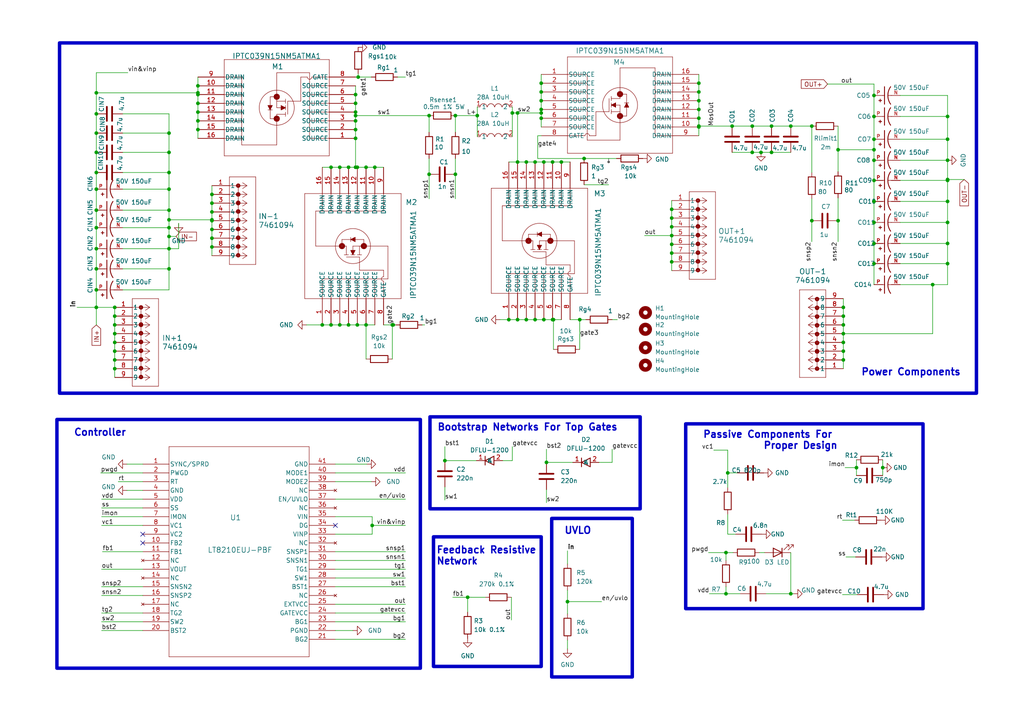
<source format=kicad_sch>
(kicad_sch (version 20230121) (generator eeschema)
  (paper "A4")
  (junction (at 202.692 36.83))
  (junction (at 212.344 36.576))
  (junction (at 103.632 48.514))
  (junction (at 61.468 63.754))
  (junction (at 113.792 94.234))
  (junction (at 49.022 66.04))
  (junction (at 132.08 50.546))
  (junction (at 158.496 134.112))
  (junction (at 49.022 44.196))
  (junction (at 156.972 29.21))
  (junction (at 194.818 60.706))
  (junction (at 235.458 36.576))
  (junction (at 150.114 92.71))
  (junction (at 33.274 89.154))
  (junction (at 61.468 64.008))
  (junction (at 49.022 68.58))
  (junction (at 164.592 174.498))
  (junction (at 253.492 76.454))
  (junction (at 156.972 26.67))
  (junction (at 168.148 92.71))
  (junction (at 274.828 64.516))
  (junction (at 61.468 56.388))
  (junction (at 243.078 43.434))
  (junction (at 274.828 70.612))
  (junction (at 194.818 65.786))
  (junction (at 147.574 92.71))
  (junction (at 57.404 35.052))
  (junction (at 57.404 24.892))
  (junction (at 27.94 66.04))
  (junction (at 27.94 60.96))
  (junction (at 223.774 36.576))
  (junction (at 33.274 94.234))
  (junction (at 33.274 96.774))
  (junction (at 49.022 77.978))
  (junction (at 244.602 91.694))
  (junction (at 194.818 70.866))
  (junction (at 103.124 29.972))
  (junction (at 157.734 46.99))
  (junction (at 103.124 48.514))
  (junction (at 253.492 43.434))
  (junction (at 202.692 34.29))
  (junction (at 49.022 60.96))
  (junction (at 148.59 32.766))
  (junction (at 218.186 44.196))
  (junction (at 152.654 46.99))
  (junction (at 61.468 69.088))
  (junction (at 61.468 66.548))
  (junction (at 107.95 152.4))
  (junction (at 160.274 46.99))
  (junction (at 243.078 64.008))
  (junction (at 156.972 32.766))
  (junction (at 27.94 50.038))
  (junction (at 157.734 92.71))
  (junction (at 27.94 89.154))
  (junction (at 253.492 70.612))
  (junction (at 61.468 71.628))
  (junction (at 33.274 106.934))
  (junction (at 218.186 36.576))
  (junction (at 155.194 46.99))
  (junction (at 253.492 46.482))
  (junction (at 103.632 94.234))
  (junction (at 202.692 31.75))
  (junction (at 194.818 75.946))
  (junction (at 108.712 48.514))
  (junction (at 253.492 40.386))
  (junction (at 114.046 94.234))
  (junction (at 49.022 50.038))
  (junction (at 244.602 104.394))
  (junction (at 103.124 32.512))
  (junction (at 210.566 160.274))
  (junction (at 124.46 33.528))
  (junction (at 156.972 34.29))
  (junction (at 96.012 48.514))
  (junction (at 244.602 96.774))
  (junction (at 253.492 27.686))
  (junction (at 202.692 36.576))
  (junction (at 194.818 63.246))
  (junction (at 229.362 172.212))
  (junction (at 27.94 26.924))
  (junction (at 253.492 52.324))
  (junction (at 57.404 32.512))
  (junction (at 274.828 58.42))
  (junction (at 101.092 48.514))
  (junction (at 27.94 44.196))
  (junction (at 49.022 54.864))
  (junction (at 124.46 50.546))
  (junction (at 229.362 36.576))
  (junction (at 61.468 61.468))
  (junction (at 274.828 52.324))
  (junction (at 103.124 35.052))
  (junction (at 244.602 94.234))
  (junction (at 211.074 137.16))
  (junction (at 57.404 27.432))
  (junction (at 223.774 44.196))
  (junction (at 150.114 46.99))
  (junction (at 248.412 135.636))
  (junction (at 33.274 99.314))
  (junction (at 162.814 46.99))
  (junction (at 49.022 72.136))
  (junction (at 160.274 92.71))
  (junction (at 103.124 27.432))
  (junction (at 194.818 68.326))
  (junction (at 93.472 94.234))
  (junction (at 274.828 76.454))
  (junction (at 202.692 24.13))
  (junction (at 98.552 94.234))
  (junction (at 155.194 92.71))
  (junction (at 253.492 33.782))
  (junction (at 27.94 33.02))
  (junction (at 202.692 29.21))
  (junction (at 61.468 58.928))
  (junction (at 138.43 33.528))
  (junction (at 256.032 135.636))
  (junction (at 27.94 84.074))
  (junction (at 57.404 26.924))
  (junction (at 27.94 54.864))
  (junction (at 210.566 172.212))
  (junction (at 253.492 58.42))
  (junction (at 27.94 77.978))
  (junction (at 274.828 33.782))
  (junction (at 103.124 40.132))
  (junction (at 270.51 82.55))
  (junction (at 57.404 29.972))
  (junction (at 132.08 33.528))
  (junction (at 33.274 101.854))
  (junction (at 98.552 48.514))
  (junction (at 274.828 46.482))
  (junction (at 49.022 38.608))
  (junction (at 27.94 72.136))
  (junction (at 27.94 38.608))
  (junction (at 253.492 64.516))
  (junction (at 235.458 64.008))
  (junction (at 135.636 173.228))
  (junction (at 244.602 99.314))
  (junction (at 156.972 31.75))
  (junction (at 129.032 133.604))
  (junction (at 96.012 94.234))
  (junction (at 160.528 92.71))
  (junction (at 33.274 104.394))
  (junction (at 103.886 22.352))
  (junction (at 152.654 92.71))
  (junction (at 150.114 32.766))
  (junction (at 106.172 48.514))
  (junction (at 274.828 52.07))
  (junction (at 103.124 33.528))
  (junction (at 274.828 40.386))
  (junction (at 244.602 89.154))
  (junction (at 49.022 63.754))
  (junction (at 202.692 26.67))
  (junction (at 194.818 73.406))
  (junction (at 103.124 37.592))
  (junction (at 57.404 37.592))
  (junction (at 169.418 45.974))
  (junction (at 101.092 94.234))
  (junction (at 106.172 94.234))
  (junction (at 33.274 91.694))
  (junction (at 156.972 24.13))
  (junction (at 220.726 44.196))
  (junction (at 244.602 101.854))
  (no_connect (at 97.282 152.4))
  (no_connect (at 41.402 154.94))
  (no_connect (at 41.402 157.48))
  (wire (pts (xy 165.354 92.71) (xy 168.148 92.71)))
  (wire (pts (xy 244.602 89.154) (xy 244.602 91.694)))
  (wire (pts (xy 210.566 172.212) (xy 210.566 170.18)))
  (wire (pts (xy 243.078 64.008) (xy 243.078 70.104)))
  (wire (pts (xy 103.632 48.514) (xy 106.172 48.514)))
  (wire (pts (xy 230.124 172.212) (xy 229.362 172.212)))
  (wire (pts (xy 248.412 137.922) (xy 248.412 135.636)))
  (wire (pts (xy 148.59 32.766) (xy 150.114 32.766)))
  (wire (pts (xy 253.492 27.686) (xy 253.492 24.384)))
  (wire (pts (xy 107.95 149.86) (xy 107.95 152.4)))
  (wire (pts (xy 173.736 134.112) (xy 177.546 134.112)))
  (wire (pts (xy 103.124 37.592) (xy 103.124 40.132)))
  (wire (pts (xy 274.828 40.386) (xy 274.828 33.782)))
  (wire (pts (xy 57.404 24.892) (xy 57.404 26.924)))
  (wire (pts (xy 274.828 82.55) (xy 274.828 76.454)))
  (wire (pts (xy 97.282 144.78) (xy 117.602 144.78)))
  (wire (pts (xy 27.94 60.96) (xy 27.94 54.864)))
  (wire (pts (xy 135.636 173.228) (xy 135.636 177.546)))
  (wire (pts (xy 103.124 24.892) (xy 103.124 27.432)))
  (wire (pts (xy 211.074 137.16) (xy 211.074 130.556)))
  (wire (pts (xy 97.282 149.86) (xy 107.95 149.86)))
  (wire (pts (xy 49.022 50.038) (xy 49.022 44.196)))
  (wire (pts (xy 156.972 21.59) (xy 156.972 24.13)))
  (wire (pts (xy 36.83 134.62) (xy 41.402 134.62)))
  (wire (pts (xy 160.274 92.71) (xy 160.528 92.71)))
  (wire (pts (xy 158.496 141.986) (xy 158.496 145.796)))
  (wire (pts (xy 49.022 68.58) (xy 49.022 66.04)))
  (wire (pts (xy 152.654 46.99) (xy 155.194 46.99)))
  (wire (pts (xy 147.574 92.71) (xy 150.114 92.71)))
  (wire (pts (xy 164.592 159.766) (xy 164.592 163.576)))
  (wire (pts (xy 222.25 172.212) (xy 229.362 172.212)))
  (wire (pts (xy 229.362 36.576) (xy 235.458 36.576)))
  (wire (pts (xy 132.08 33.528) (xy 138.43 33.528)))
  (wire (pts (xy 35.56 84.074) (xy 49.022 84.074)))
  (wire (pts (xy 124.46 33.528) (xy 124.46 38.354)))
  (wire (pts (xy 101.092 48.514) (xy 103.124 48.514)))
  (wire (pts (xy 160.528 101.346) (xy 160.528 92.71)))
  (wire (pts (xy 103.124 48.514) (xy 103.632 48.514)))
  (wire (pts (xy 49.022 63.754) (xy 61.468 63.754)))
  (wire (pts (xy 97.282 137.16) (xy 117.602 137.16)))
  (wire (pts (xy 274.828 58.42) (xy 274.828 52.324)))
  (wire (pts (xy 57.404 26.924) (xy 57.404 27.432)))
  (wire (pts (xy 202.692 24.13) (xy 202.692 26.67)))
  (wire (pts (xy 244.602 91.694) (xy 244.602 94.234)))
  (wire (pts (xy 106.172 94.234) (xy 106.172 104.14)))
  (wire (pts (xy 35.56 66.04) (xy 49.022 66.04)))
  (wire (pts (xy 194.818 73.406) (xy 194.818 75.946)))
  (wire (pts (xy 253.492 43.434) (xy 253.492 46.482)))
  (wire (pts (xy 156.972 26.67) (xy 156.972 29.21)))
  (wire (pts (xy 61.468 56.388) (xy 61.468 58.928)))
  (wire (pts (xy 158.496 130.302) (xy 158.496 134.112)))
  (wire (pts (xy 107.95 152.4) (xy 117.602 152.4)))
  (wire (pts (xy 103.886 22.352) (xy 107.696 22.352)))
  (wire (pts (xy 103.124 22.352) (xy 103.886 22.352)))
  (wire (pts (xy 57.404 32.512) (xy 57.404 35.052)))
  (wire (pts (xy 129.032 141.224) (xy 129.032 145.034)))
  (wire (pts (xy 34.29 139.7) (xy 41.402 139.7)))
  (wire (pts (xy 27.94 77.978) (xy 27.94 72.136)))
  (wire (pts (xy 97.282 162.56) (xy 117.602 162.56)))
  (wire (pts (xy 27.94 44.196) (xy 27.94 38.608)))
  (wire (pts (xy 145.796 133.604) (xy 148.59 133.604)))
  (wire (pts (xy 97.282 177.8) (xy 117.602 177.8)))
  (wire (pts (xy 210.566 160.274) (xy 205.486 160.274)))
  (wire (pts (xy 256.032 137.922) (xy 256.032 135.636)))
  (wire (pts (xy 157.734 92.71) (xy 160.274 92.71)))
  (wire (pts (xy 27.94 84.074) (xy 27.94 77.978)))
  (wire (pts (xy 211.074 137.16) (xy 213.868 137.16)))
  (wire (pts (xy 270.51 82.55) (xy 274.828 82.55)))
  (wire (pts (xy 33.274 104.394) (xy 33.274 106.934)))
  (wire (pts (xy 103.124 32.512) (xy 103.124 33.528)))
  (wire (pts (xy 27.94 89.154) (xy 33.274 89.154)))
  (wire (pts (xy 274.828 70.612) (xy 274.828 64.516)))
  (wire (pts (xy 49.022 68.58) (xy 51.054 68.58)))
  (wire (pts (xy 160.274 46.99) (xy 162.814 46.99)))
  (wire (pts (xy 35.56 38.608) (xy 49.022 38.608)))
  (wire (pts (xy 61.468 69.088) (xy 61.468 71.628)))
  (wire (pts (xy 29.464 149.86) (xy 41.402 149.86)))
  (wire (pts (xy 150.114 32.766) (xy 150.114 46.99)))
  (wire (pts (xy 158.496 134.112) (xy 158.496 134.366)))
  (wire (pts (xy 194.818 70.866) (xy 194.818 73.406)))
  (wire (pts (xy 57.404 27.432) (xy 57.404 29.972)))
  (wire (pts (xy 256.032 135.636) (xy 256.032 133.35)))
  (wire (pts (xy 49.022 38.608) (xy 49.022 44.196)))
  (wire (pts (xy 274.828 52.07) (xy 274.828 46.482)))
  (wire (pts (xy 155.956 39.37) (xy 156.972 39.37)))
  (wire (pts (xy 244.602 104.394) (xy 244.602 106.934)))
  (wire (pts (xy 135.636 173.228) (xy 140.716 173.228)))
  (wire (pts (xy 29.464 170.18) (xy 41.402 170.18)))
  (wire (pts (xy 202.692 31.75) (xy 202.692 34.29)))
  (wire (pts (xy 186.944 68.326) (xy 194.818 68.326)))
  (wire (pts (xy 155.194 92.71) (xy 157.734 92.71)))
  (wire (pts (xy 107.95 152.4) (xy 107.95 154.94)))
  (wire (pts (xy 49.022 60.96) (xy 49.022 63.754)))
  (wire (pts (xy 57.404 22.352) (xy 57.404 24.892)))
  (wire (pts (xy 202.692 36.576) (xy 202.692 36.83)))
  (wire (pts (xy 244.602 96.774) (xy 244.602 99.314)))
  (wire (pts (xy 194.818 75.946) (xy 194.818 78.486)))
  (wire (pts (xy 49.022 72.136) (xy 49.022 68.58)))
  (wire (pts (xy 132.08 33.528) (xy 132.08 38.354)))
  (wire (pts (xy 218.186 44.196) (xy 220.726 44.196)))
  (wire (pts (xy 274.828 33.782) (xy 274.828 27.686)))
  (wire (pts (xy 150.114 92.71) (xy 152.654 92.71)))
  (wire (pts (xy 235.458 57.658) (xy 235.458 64.008)))
  (wire (pts (xy 49.022 33.02) (xy 49.022 38.608)))
  (wire (pts (xy 223.774 36.576) (xy 229.362 36.576)))
  (wire (pts (xy 240.03 24.384) (xy 253.492 24.384)))
  (wire (pts (xy 164.592 185.674) (xy 164.592 188.214)))
  (wire (pts (xy 103.124 35.052) (xy 103.124 37.592)))
  (wire (pts (xy 244.348 172.466) (xy 248.666 172.466)))
  (wire (pts (xy 96.012 94.234) (xy 98.552 94.234)))
  (wire (pts (xy 108.712 48.514) (xy 111.252 48.514)))
  (wire (pts (xy 29.464 182.88) (xy 41.402 182.88)))
  (wire (pts (xy 129.032 129.54) (xy 129.032 133.604)))
  (wire (pts (xy 147.574 46.99) (xy 150.114 46.99)))
  (wire (pts (xy 202.692 36.83) (xy 202.692 39.37)))
  (wire (pts (xy 27.94 38.608) (xy 27.94 33.02)))
  (wire (pts (xy 235.458 36.576) (xy 235.458 50.038)))
  (wire (pts (xy 235.458 64.008) (xy 235.458 70.104)))
  (wire (pts (xy 97.282 185.42) (xy 117.602 185.42)))
  (wire (pts (xy 169.418 45.974) (xy 155.956 45.974)))
  (wire (pts (xy 243.078 43.434) (xy 243.078 49.784)))
  (wire (pts (xy 113.792 94.234) (xy 114.046 94.234)))
  (wire (pts (xy 244.602 94.234) (xy 244.602 96.774)))
  (wire (pts (xy 194.818 65.786) (xy 194.818 68.326)))
  (wire (pts (xy 202.692 36.576) (xy 212.344 36.576)))
  (wire (pts (xy 29.464 177.8) (xy 41.402 177.8)))
  (wire (pts (xy 132.08 50.546) (xy 132.08 57.658)))
  (wire (pts (xy 202.692 34.29) (xy 202.692 36.576)))
  (wire (pts (xy 213.36 154.94) (xy 211.074 154.94)))
  (wire (pts (xy 156.972 29.21) (xy 156.972 31.75)))
  (wire (pts (xy 155.956 45.974) (xy 155.956 39.37)))
  (wire (pts (xy 35.56 60.96) (xy 49.022 60.96)))
  (wire (pts (xy 253.492 58.42) (xy 253.492 52.324)))
  (wire (pts (xy 29.464 165.1) (xy 41.402 165.1)))
  (wire (pts (xy 202.692 26.67) (xy 202.692 29.21)))
  (wire (pts (xy 35.56 72.136) (xy 49.022 72.136)))
  (wire (pts (xy 97.282 139.7) (xy 107.696 139.7)))
  (wire (pts (xy 114.046 94.234) (xy 114.808 94.234)))
  (wire (pts (xy 35.56 50.038) (xy 49.022 50.038)))
  (wire (pts (xy 253.492 76.454) (xy 253.492 70.612)))
  (wire (pts (xy 274.828 52.324) (xy 274.828 52.07)))
  (wire (pts (xy 33.274 89.154) (xy 33.274 91.694)))
  (wire (pts (xy 61.468 66.548) (xy 61.468 69.088)))
  (wire (pts (xy 57.404 29.972) (xy 57.404 32.512)))
  (wire (pts (xy 114.046 93.98) (xy 114.046 94.234)))
  (wire (pts (xy 210.566 160.274) (xy 210.566 162.56)))
  (wire (pts (xy 98.552 94.234) (xy 101.092 94.234)))
  (wire (pts (xy 27.94 89.154) (xy 27.94 84.074)))
  (wire (pts (xy 253.492 40.386) (xy 253.492 33.782)))
  (wire (pts (xy 35.56 77.978) (xy 49.022 77.978)))
  (wire (pts (xy 29.21 137.16) (xy 41.402 137.16)))
  (wire (pts (xy 29.464 144.78) (xy 41.402 144.78)))
  (wire (pts (xy 103.124 33.528) (xy 103.124 35.052)))
  (wire (pts (xy 261.112 33.782) (xy 274.828 33.782)))
  (wire (pts (xy 168.148 92.71) (xy 169.926 92.71)))
  (wire (pts (xy 253.492 52.324) (xy 253.492 46.482)))
  (wire (pts (xy 194.818 60.706) (xy 194.818 63.246)))
  (wire (pts (xy 113.792 104.14) (xy 113.792 94.234)))
  (wire (pts (xy 129.032 133.604) (xy 138.176 133.604)))
  (wire (pts (xy 101.092 94.234) (xy 103.632 94.234)))
  (wire (pts (xy 212.344 36.576) (xy 218.186 36.576)))
  (wire (pts (xy 97.282 175.26) (xy 117.602 175.26)))
  (wire (pts (xy 194.818 58.166) (xy 194.818 60.706)))
  (wire (pts (xy 245.11 135.636) (xy 248.412 135.636)))
  (wire (pts (xy 244.348 150.876) (xy 247.904 150.876)))
  (wire (pts (xy 261.112 46.482) (xy 274.828 46.482)))
  (wire (pts (xy 96.012 48.514) (xy 98.552 48.514)))
  (wire (pts (xy 88.9 94.234) (xy 93.472 94.234)))
  (wire (pts (xy 243.078 43.434) (xy 253.492 43.434)))
  (wire (pts (xy 33.274 91.694) (xy 33.274 94.234)))
  (wire (pts (xy 148.59 32.766) (xy 148.59 39.624)))
  (wire (pts (xy 27.94 26.924) (xy 57.404 26.924)))
  (wire (pts (xy 27.94 50.038) (xy 27.94 44.196)))
  (wire (pts (xy 156.972 32.766) (xy 156.972 34.29)))
  (wire (pts (xy 97.282 154.94) (xy 107.95 154.94)))
  (wire (pts (xy 93.472 48.514) (xy 96.012 48.514)))
  (wire (pts (xy 243.078 57.404) (xy 243.078 64.008)))
  (wire (pts (xy 244.602 99.314) (xy 244.602 101.854)))
  (wire (pts (xy 261.112 52.324) (xy 274.828 52.324)))
  (wire (pts (xy 97.282 182.88) (xy 102.362 182.88)))
  (wire (pts (xy 138.43 30.988) (xy 138.43 33.528)))
  (wire (pts (xy 29.464 180.34) (xy 41.402 180.34)))
  (wire (pts (xy 148.59 129.54) (xy 148.59 133.604)))
  (wire (pts (xy 261.112 58.42) (xy 274.828 58.42)))
  (wire (pts (xy 261.112 76.454) (xy 274.828 76.454)))
  (wire (pts (xy 106.426 134.62) (xy 97.282 134.62)))
  (wire (pts (xy 164.592 174.498) (xy 164.592 178.054)))
  (wire (pts (xy 202.692 29.21) (xy 202.692 31.75)))
  (wire (pts (xy 194.818 63.246) (xy 194.818 65.786)))
  (wire (pts (xy 169.418 45.974) (xy 178.816 45.974)))
  (wire (pts (xy 124.46 45.974) (xy 124.46 50.546)))
  (wire (pts (xy 103.124 29.972) (xy 103.124 32.512)))
  (wire (pts (xy 103.124 33.528) (xy 124.46 33.528)))
  (wire (pts (xy 29.464 172.72) (xy 41.402 172.72)))
  (wire (pts (xy 261.112 27.686) (xy 274.828 27.686)))
  (wire (pts (xy 27.94 54.864) (xy 27.94 50.038)))
  (wire (pts (xy 49.022 84.074) (xy 49.022 77.978)))
  (wire (pts (xy 29.464 147.32) (xy 41.402 147.32)))
  (wire (pts (xy 124.46 50.546) (xy 124.46 57.658)))
  (wire (pts (xy 115.316 22.352) (xy 117.602 22.352)))
  (wire (pts (xy 97.282 160.02) (xy 117.602 160.02)))
  (wire (pts (xy 166.116 134.112) (xy 158.496 134.112)))
  (wire (pts (xy 57.404 35.052) (xy 57.404 37.592)))
  (wire (pts (xy 29.464 152.4) (xy 41.402 152.4)))
  (wire (pts (xy 57.404 37.592) (xy 57.404 40.132)))
  (wire (pts (xy 148.336 173.228) (xy 148.336 179.832)))
  (wire (pts (xy 243.078 36.576) (xy 243.078 43.434)))
  (wire (pts (xy 148.59 30.988) (xy 148.59 32.766)))
  (wire (pts (xy 61.468 71.628) (xy 61.468 74.168)))
  (wire (pts (xy 97.282 180.34) (xy 117.602 180.34)))
  (wire (pts (xy 106.172 94.234) (xy 108.712 94.234)))
  (wire (pts (xy 253.492 82.55) (xy 253.492 76.454)))
  (wire (pts (xy 49.022 54.864) (xy 49.022 50.038)))
  (wire (pts (xy 150.114 46.99) (xy 152.654 46.99)))
  (wire (pts (xy 156.972 34.29) (xy 156.972 36.83)))
  (wire (pts (xy 164.592 171.196) (xy 164.592 174.498)))
  (wire (pts (xy 248.412 135.636) (xy 248.412 133.35)))
  (wire (pts (xy 51.816 72.136) (xy 51.816 64.77)))
  (wire (pts (xy 27.94 21.082) (xy 37.084 21.082)))
  (wire (pts (xy 35.56 33.02) (xy 49.022 33.02)))
  (wire (pts (xy 33.274 94.234) (xy 33.274 96.774)))
  (wire (pts (xy 270.51 82.55) (xy 270.51 96.774)))
  (wire (pts (xy 138.43 33.528) (xy 138.43 39.624)))
  (wire (pts (xy 160.528 92.71) (xy 162.814 92.71)))
  (wire (pts (xy 220.218 160.274) (xy 221.742 160.274)))
  (wire (pts (xy 244.602 86.614) (xy 244.602 89.154)))
  (wire (pts (xy 253.492 64.516) (xy 253.492 58.42)))
  (wire (pts (xy 61.468 61.468) (xy 61.468 63.754)))
  (wire (pts (xy 218.186 36.576) (xy 223.774 36.576)))
  (wire (pts (xy 33.274 99.314) (xy 33.274 101.854)))
  (wire (pts (xy 205.74 172.212) (xy 210.566 172.212)))
  (wire (pts (xy 35.56 54.864) (xy 49.022 54.864)))
  (wire (pts (xy 261.112 64.516) (xy 274.828 64.516)))
  (wire (pts (xy 27.94 89.154) (xy 27.94 94.234)))
  (wire (pts (xy 177.546 92.71) (xy 179.07 92.71)))
  (wire (pts (xy 103.124 27.432) (xy 103.124 29.972)))
  (wire (pts (xy 122.428 94.234) (xy 123.19 94.234)))
  (wire (pts (xy 210.566 160.274) (xy 212.598 160.274)))
  (wire (pts (xy 169.418 53.594) (xy 176.53 53.594)))
  (wire (pts (xy 103.124 40.132) (xy 103.124 48.514)))
  (wire (pts (xy 155.194 46.99) (xy 157.734 46.99)))
  (wire (pts (xy 103.886 21.336) (xy 103.886 22.352)))
  (wire (pts (xy 253.492 70.612) (xy 253.492 64.516)))
  (wire (pts (xy 261.112 82.55) (xy 270.51 82.55)))
  (wire (pts (xy 156.972 31.75) (xy 156.972 32.766)))
  (wire (pts (xy 49.022 77.978) (xy 49.022 72.136)))
  (wire (pts (xy 132.08 45.974) (xy 132.08 50.546)))
  (wire (pts (xy 49.022 72.136) (xy 51.816 72.136)))
  (wire (pts (xy 244.602 101.854) (xy 244.602 104.394)))
  (wire (pts (xy 156.972 24.13) (xy 156.972 26.67)))
  (wire (pts (xy 220.726 44.196) (xy 223.774 44.196)))
  (wire (pts (xy 152.654 92.71) (xy 155.194 92.71)))
  (wire (pts (xy 207.01 130.556) (xy 211.074 130.556)))
  (wire (pts (xy 145.034 92.71) (xy 147.574 92.71)))
  (wire (pts (xy 157.734 46.99) (xy 160.274 46.99)))
  (wire (pts (xy 202.692 21.59) (xy 202.692 24.13)))
  (wire (pts (xy 131.318 173.228) (xy 135.636 173.228)))
  (wire (pts (xy 97.282 167.64) (xy 117.602 167.64)))
  (wire (pts (xy 33.274 96.774) (xy 33.274 99.314)))
  (wire (pts (xy 211.074 154.94) (xy 211.074 149.098)))
  (wire (pts (xy 253.492 40.386) (xy 253.492 43.434)))
  (wire (pts (xy 245.364 161.544) (xy 248.158 161.544)))
  (wire (pts (xy 274.828 64.516) (xy 274.828 58.42)))
  (wire (pts (xy 229.362 160.274) (xy 229.362 172.212)))
  (wire (pts (xy 253.492 33.782) (xy 253.492 27.686)))
  (wire (pts (xy 61.468 64.008) (xy 61.468 66.548)))
  (wire (pts (xy 27.94 66.04) (xy 27.94 60.96)))
  (wire (pts (xy 49.022 66.04) (xy 49.022 63.754)))
  (wire (pts (xy 274.828 52.07) (xy 279.654 52.07)))
  (wire (pts (xy 61.468 53.848) (xy 61.468 56.388)))
  (wire (pts (xy 33.274 101.854) (xy 33.274 104.394)))
  (wire (pts (xy 103.632 94.234) (xy 106.172 94.234)))
  (wire (pts (xy 211.074 141.478) (xy 211.074 137.16)))
  (wire (pts (xy 150.114 32.766) (xy 156.972 32.766)))
  (wire (pts (xy 274.828 76.454) (xy 274.828 70.612)))
  (wire (pts (xy 29.718 160.02) (xy 41.402 160.02)))
  (wire (pts (xy 261.112 70.612) (xy 274.828 70.612)))
  (wire (pts (xy 27.94 72.136) (xy 27.94 66.04)))
  (wire (pts (xy 49.022 54.864) (xy 49.022 60.96)))
  (wire (pts (xy 61.468 63.754) (xy 61.468 64.008)))
  (wire (pts (xy 194.818 68.326) (xy 194.818 70.866)))
  (wire (pts (xy 97.282 165.1) (xy 117.602 165.1)))
  (wire (pts (xy 33.274 106.934) (xy 33.274 109.474)))
  (wire (pts (xy 177.546 130.302) (xy 177.546 134.112)))
  (wire (pts (xy 274.828 46.482) (xy 274.828 40.386)))
  (wire (pts (xy 164.592 174.498) (xy 174.498 174.498)))
  (wire (pts (xy 270.51 96.774) (xy 244.602 96.774)))
  (wire (pts (xy 106.172 48.514) (xy 108.712 48.514)))
  (wire (pts (xy 214.63 172.212) (xy 210.566 172.212)))
  (wire (pts (xy 97.282 170.18) (xy 117.602 170.18)))
  (wire (pts (xy 27.94 26.924) (xy 27.94 21.082)))
  (wire (pts (xy 261.112 40.386) (xy 274.828 40.386)))
  (wire (pts (xy 168.148 92.71) (xy 168.148 101.346)))
  (wire (pts (xy 93.472 94.234) (xy 96.012 94.234)))
  (wire (pts (xy 35.56 44.196) (xy 49.022 44.196)))
  (wire (pts (xy 111.252 94.234) (xy 113.792 94.234)))
  (wire (pts (xy 162.814 46.99) (xy 165.354 46.99)))
  (wire (pts (xy 61.468 58.928) (xy 61.468 61.468)))
  (wire (pts (xy 27.94 33.02) (xy 27.94 26.924)))
  (wire (pts (xy 223.774 44.196) (xy 229.362 44.196)))
  (wire (pts (xy 98.552 48.514) (xy 101.092 48.514)))
  (wire (pts (xy 36.83 142.24) (xy 41.402 142.24)))
  (wire (pts (xy 212.344 44.196) (xy 218.186 44.196)))
  (wire (pts (xy 22.352 89.154) (xy 27.94 89.154)))
  (rectangle (start 160.02 150.368) (end 183.388 196.342) (stroke (width 1)))
  (rectangle (start 17.272 12.446) (end 283.21 114.046) (stroke (width 1)))
  (rectangle (start 124.714 120.904) (end 185.674 147.574) (stroke (width 1)))
  (rectangle (start 198.882 122.936) (end 267.716 176.53) (stroke (width 1)))
  (rectangle (start 16.51 121.666) (end 121.92 193.802) (stroke (width 1)))
  (rectangle (start 125.73 155.702) (end 156.972 193.294) (stroke (width 1)))
  (text "Controller\n" (at 21.336 126.746 0) (effects (font (size 2 2) bold) (justify left bottom)))
  (text "Bootstrap Networks For Top Gates" (at 126.746 125.222 0) (effects (font (size 2 2) (thickness 0.4) bold) (justify left bottom)))
  (text "UVLO" (at 163.576 155.194 0) (effects (font (size 2 2) bold) (justify left bottom)))
  (text "At the beginning, system will start if EN/UVLO pin has a voltage greater than 1.45V, due to its \nhysteresis characteristic. If UVLO is set to 17.5V, it will not start at 18Vin.\n\nFor the above case 19Vin should be applied to system to turn it on." (at 191.008 228.6 0) (effects (font (size 1.27 1.27) bold) (justify left bottom)))
  (text "Power Components" (at 249.682 109.22 0) (effects (font (size 2 2) bold) (justify left bottom)))
  (text "Passive Components For \nProper Design\n" (at 243.078 130.556 0) (effects (font (size 2 2) bold) (justify right bottom)))
  (text "IMPORTANT NOTE!" (at 203.708 217.932 0) (effects (font (size 4 4) bold) (justify left bottom)))
  (text "Feedback Resistive \nNetwork\n" (at 126.492 164.084 0) (effects (font (size 2 2) (thickness 0.4) bold) (justify left bottom)))
  (label "out" (at 117.602 175.26 180))
  (label "gate1" (at 106.426 22.352 270))
  (label "gate3" (at 168.148 97.536 0))
  (label "out" (at 29.464 165.1 0))
  (label "bg2" (at 117.602 185.42 180))
  (label "vin&vinp" (at 117.602 152.4 180))
  (label "sw2" (at 29.464 180.34 0))
  (label "sw1" (at 129.032 145.034 0))
  (label "snsn1" (at 132.08 57.658 90))
  (label "bg2" (at 179.07 92.71 0))
  (label "rt" (at 34.29 139.7 0))
  (label "imon" (at 29.464 149.86 0))
  (label "vc1" (at 207.01 130.556 180))
  (label "snsn2" (at 243.078 70.104 270))
  (label "fb1" (at 29.718 160.02 0))
  (label "en{slash}uvlo" (at 117.602 144.78 180))
  (label "L+" (at 135.382 33.528 0))
  (label "sw2" (at 150.114 32.766 0))
  (label "imon" (at 245.11 135.636 180))
  (label "gatevcc" (at 244.348 172.466 180))
  (label "vdd" (at 29.464 144.78 0))
  (label "gate2" (at 114.046 93.98 90))
  (label "bst2" (at 158.496 130.302 0))
  (label "vdd" (at 205.74 172.212 180))
  (label "sw2" (at 158.496 145.796 0))
  (label "out" (at 148.336 179.832 90))
  (label "snsn1" (at 117.602 162.56 180))
  (label "vdd" (at 117.602 137.16 180))
  (label "snsp1" (at 124.46 57.658 90))
  (label "ss" (at 29.464 147.32 0))
  (label "fb1" (at 131.318 173.228 0))
  (label "ss" (at 245.364 161.544 180))
  (label "gatevcc" (at 177.546 130.302 0))
  (label "MosOut" (at 207.264 36.576 90))
  (label "tg2" (at 176.53 53.594 180))
  (label "out" (at 247.142 24.384 180))
  (label "snsp2" (at 235.458 70.104 270))
  (label "sw1" (at 109.474 33.528 0))
  (label "gatevcc" (at 148.59 129.54 0))
  (label "bg1" (at 123.19 94.234 0))
  (label "pwgd" (at 205.486 160.274 180))
  (label "vin&vinp" (at 37.084 21.082 0))
  (label "snsp2" (at 29.464 170.18 0))
  (label "bst1" (at 129.032 129.54 0))
  (label "snsp1" (at 117.602 160.02 180))
  (label "tg2" (at 29.464 177.8 0))
  (label "bst1" (at 117.602 170.18 180))
  (label "bst2" (at 29.464 182.88 0))
  (label "in" (at 164.592 159.766 0) (effects (font bold)))
  (label "gatevcc" (at 117.602 177.8 180))
  (label "rt" (at 244.348 150.876 180))
  (label "tg1" (at 117.602 22.352 0))
  (label "out" (at 186.944 68.326 0))
  (label "pwgd" (at 29.21 137.16 0))
  (label "gate4" (at 155.956 42.672 0))
  (label "snsn2" (at 29.464 172.72 0))
  (label "sw1" (at 117.602 167.64 180))
  (label "vc1" (at 29.464 152.4 0))
  (label "en{slash}uvlo" (at 174.498 174.498 0))
  (label "bg1" (at 117.602 180.34 180))
  (label "tg1" (at 117.602 165.1 180))
  (label "in" (at 22.352 89.154 90) (effects (font bold)))
  (global_label "OUT+" (shape input) (at 240.03 24.384 180) (property "Intersheetrefs" "${INTERSHEET_REFS}" (effects hide)))
  (global_label "IN-" (shape input) (at 51.054 68.58 0) (property "Intersheetrefs" "${INTERSHEET_REFS}" (effects hide)))
  (global_label "IN+" (shape input) (at 27.94 94.234 270) (property "Intersheetrefs" "${INTERSHEET_REFS}" (effects hide)))
  (global_label "OUT-" (shape input) (at 279.654 52.07 270) (property "Intersheetrefs" "${INTERSHEET_REFS}" (effects hide)))
  (netclass_flag "" (length 1) (shape dot) (at 176.53 45.974 180) (property "Netclass" "Gate" (effects hide)))
  (symbol (lib_id "easyeda2kicad:EEH-AZS1H151B") (at 256.032 82.55 0) (unit 1)
    (property "Reference" "CO14" (at 247.65 82.55 0) (effects (justify left)))
    (property "Value" "50V 150uF" (at 259.08 80.264 0) (effects (justify left)))
    (property "Footprint" "easyeda2kicad:EEH-AZS1H151B" (effects hide))
    (property "Datasheet" "https://api.pim.na.industrial.panasonic.com/file_stream/main/fileversion/181530" (effects hide))
    (property "MF" "Panasonic Electronic Components" (effects hide))
    (property "b_max" "0.85" (effects hide))
    (property "DESCRIPTION" "ZS-A" (effects hide))
    (property "Package" "RADIAL-2 Panasonic" (effects hide))
    (property "b_nom" "0.8" (effects hide))
    (property "Price" "None" (effects hide))
    (property "Check_prices" "https://www.snapeda.com/parts/EEH-AZS1H151B/Panasonic/view-part/?ref=eda" (effects hide))
    (property "SnapEDA_Link" "https://www.snapeda.com/parts/EEH-AZS1H151B/Panasonic/view-part/?ref=snap" (effects hide))
    (property "PARTREV" "30-SEP-20" (effects hide))
    (property "A_max" "11.7" (effects hide))
    (property "MP" "EEH-AZS1H151B" (effects hide))
    (property "D_nom" "10" (effects hide))
    (property "e_nom" "5" (effects hide))
    (property "Availability" "In Stock" (effects hide))
    (property "Purchase-URL" "https://www.snapeda.com/api/url_track_click_mouser/?unipart_id=6223332&manufacturer=Panasonic Electronic Components&part_name=EEH-AZS1H151B&search_term=eeh-azs1h151b" (effects hide))
    (property "Description" "\nHybrid A-ZS/50V/150uF/125C/4000h/10 x 1\n" (effects hide))
  )
  (symbol (lib_id "easyeda2kicad:EEH-AZS1H151B") (at 30.48 72.136 0) (unit 1)
    (property "Reference" "CIN2" (at 26.162 72.898 90) (effects (justify left)))
    (property "Value" "50V 150uF" (at 33.528 69.85 0) (effects (justify left)))
    (property "Footprint" "easyeda2kicad:EEH-AZS1H151B" (effects hide))
    (property "Datasheet" "https://api.pim.na.industrial.panasonic.com/file_stream/main/fileversion/181530" (effects hide))
    (property "MF" "Panasonic Electronic Components" (effects hide))
    (property "b_max" "0.85" (effects hide))
    (property "DESCRIPTION" "ZS-A" (effects hide))
    (property "Package" "RADIAL-2 Panasonic" (effects hide))
    (property "b_nom" "0.8" (effects hide))
    (property "Price" "None" (effects hide))
    (property "Check_prices" "https://www.snapeda.com/parts/EEH-AZS1H151B/Panasonic/view-part/?ref=eda" (effects hide))
    (property "SnapEDA_Link" "https://www.snapeda.com/parts/EEH-AZS1H151B/Panasonic/view-part/?ref=snap" (effects hide))
    (property "PARTREV" "30-SEP-20" (effects hide))
    (property "A_max" "11.7" (effects hide))
    (property "MP" "EEH-AZS1H151B" (effects hide))
    (property "D_nom" "10" (effects hide))
    (property "e_nom" "5" (effects hide))
    (property "Availability" "In Stock" (effects hide))
    (property "Purchase-URL" "https://www.snapeda.com/api/url_track_click_mouser/?unipart_id=6223332&manufacturer=Panasonic Electronic Components&part_name=EEH-AZS1H151B&search_term=eeh-azs1h151b" (effects hide))
    (property "Description" "\nHybrid A-ZS/50V/150uF/125C/4000h/10 x 1\n" (effects hide))
  )
  (symbol (lib_id "easyeda2kicad:IPTC039N15NM5ATMA1") (at 93.472 94.234 90) (unit 1)
    (property "Reference" "M2" (at 117.602 58.674 90) (effects (font (size 1.524 1.524)) (justify right)))
    (property "Value" "IPTC039N15NM5ATMA1" (at 119.888 60.96 0) (effects (font (size 1.524 1.524)) (justify right)))
    (property "Footprint" "easyeda2kicad:PG-HDSOP-16-2" (effects hide))
    (property "Datasheet" "https://www.infineon.com/dgdl/Infineon-IPTC039N15NM5-DataSheet-v02_00-EN.pdf?fileId=8ac78c8c81ae03fc0181d8d199be3f66" (effects hide))
  )
  (symbol (lib_id "power:GND") (at 255.524 150.876 90) (unit 1)
    (property "Reference" "#PWR017" (effects hide))
    (property "Value" "GND" (at 260.35 150.876 90))
  )
  (symbol (lib_id "power:GND") (at 220.726 44.196 0) (unit 1)
    (property "Reference" "#PWR013" (effects hide))
    (property "Value" "GND" (at 220.726 48.768 0))
  )
  (symbol (lib_id "easyeda2kicad:EEH-AZS1H151B") (at 30.48 60.96 0) (unit 1)
    (property "Reference" "CIN5" (at 26.162 62.484 90) (effects (justify left)))
    (property "Value" "50V 150uF" (at 33.528 58.674 0) (effects (justify left)))
    (property "Footprint" "easyeda2kicad:EEH-AZS1H151B" (effects hide))
    (property "Datasheet" "https://api.pim.na.industrial.panasonic.com/file_stream/main/fileversion/181530" (effects hide))
    (property "MF" "Panasonic Electronic Components" (effects hide))
    (property "b_max" "0.85" (effects hide))
    (property "DESCRIPTION" "ZS-A" (effects hide))
    (property "Package" "RADIAL-2 Panasonic" (effects hide))
    (property "b_nom" "0.8" (effects hide))
    (property "Price" "None" (effects hide))
    (property "Check_prices" "https://www.snapeda.com/parts/EEH-AZS1H151B/Panasonic/view-part/?ref=eda" (effects hide))
    (property "SnapEDA_Link" "https://www.snapeda.com/parts/EEH-AZS1H151B/Panasonic/view-part/?ref=snap" (effects hide))
    (property "PARTREV" "30-SEP-20" (effects hide))
    (property "A_max" "11.7" (effects hide))
    (property "MP" "EEH-AZS1H151B" (effects hide))
    (property "D_nom" "10" (effects hide))
    (property "e_nom" "5" (effects hide))
    (property "Availability" "In Stock" (effects hide))
    (property "Purchase-URL" "https://www.snapeda.com/api/url_track_click_mouser/?unipart_id=6223332&manufacturer=Panasonic Electronic Components&part_name=EEH-AZS1H151B&search_term=eeh-azs1h151b" (effects hide))
    (property "Description" "\nHybrid A-ZS/50V/150uF/125C/4000h/10 x 1\n" (effects hide))
  )
  (symbol (lib_id "power:GND") (at 51.816 64.77 0) (unit 1)
    (property "Reference" "#PWR03" (effects hide))
    (property "Value" "GND" (at 51.816 69.85 0))
  )
  (symbol (lib_id "Device:C") (at 229.362 40.386 0) (unit 1)
    (property "Reference" "CO4" (at 229.362 35.56 90) (effects (justify left)))
    (property "Value" "4.7u" (at 229.616 42.926 0) (effects (justify left)))
    (property "Footprint" "Capacitor_SMD:C_0805_2012Metric" (effects hide))
  )
  (symbol (lib_id "easyeda2kicad:IPTC039N15NM5ATMA1") (at 103.124 40.132 180) (unit 1)
    (property "Reference" "M1" (at 80.518 19.304 0) (effects (font (size 1.524 1.524))))
    (property "Value" "IPTC039N15NM5ATMA1" (at 80.264 16.256 0) (effects (font (size 1.524 1.524))))
    (property "Footprint" "easyeda2kicad:PG-HDSOP-16-2" (effects hide))
    (property "Datasheet" "https://www.infineon.com/dgdl/Infineon-IPTC039N15NM5-DataSheet-v02_00-EN.pdf?fileId=8ac78c8c81ae03fc0181d8d199be3f66" (effects hide))
  )
  (symbol (lib_id "Device:C") (at 31.75 38.608 90) (unit 1)
    (property "Reference" "CIN8" (at 29.718 38.354 0) (effects (justify left)))
    (property "Value" "4.7u" (at 34.798 38.354 0) (effects (justify left)))
    (property "Footprint" "Capacitor_SMD:C_0805_2012Metric" (effects hide))
  )
  (symbol (lib_id "easyeda2kicad:EEH-AZS1H151B") (at 30.48 66.04 0) (unit 1)
    (property "Reference" "CIN1" (at 26.162 67.31 90) (effects (justify left)))
    (property "Value" "50V 150uF" (at 33.528 63.754 0) (effects (justify left)))
    (property "Footprint" "easyeda2kicad:EEH-AZS1H151B" (effects hide))
    (property "Datasheet" "https://api.pim.na.industrial.panasonic.com/file_stream/main/fileversion/181530" (effects hide))
    (property "MF" "Panasonic Electronic Components" (effects hide))
    (property "b_max" "0.85" (effects hide))
    (property "DESCRIPTION" "ZS-A" (effects hide))
    (property "Package" "RADIAL-2 Panasonic" (effects hide))
    (property "b_nom" "0.8" (effects hide))
    (property "Price" "None" (effects hide))
    (property "Check_prices" "https://www.snapeda.com/parts/EEH-AZS1H151B/Panasonic/view-part/?ref=eda" (effects hide))
    (property "SnapEDA_Link" "https://www.snapeda.com/parts/EEH-AZS1H151B/Panasonic/view-part/?ref=snap" (effects hide))
    (property "PARTREV" "30-SEP-20" (effects hide))
    (property "A_max" "11.7" (effects hide))
    (property "MP" "EEH-AZS1H151B" (effects hide))
    (property "D_nom" "10" (effects hide))
    (property "e_nom" "5" (effects hide))
    (property "Availability" "In Stock" (effects hide))
    (property "Purchase-URL" "https://www.snapeda.com/api/url_track_click_mouser/?unipart_id=6223332&manufacturer=Panasonic Electronic Components&part_name=EEH-AZS1H151B&search_term=eeh-azs1h151b" (effects hide))
    (property "Description" "\nHybrid A-ZS/50V/150uF/125C/4000h/10 x 1\n" (effects hide))
  )
  (symbol (lib_id "Device:R") (at 132.08 42.164 0) (unit 1)
    (property "Reference" "R2" (at 133.858 40.894 0) (effects (justify left)))
    (property "Value" "10" (at 133.858 43.942 0) (effects (justify left)))
    (property "Footprint" "Resistor_SMD:R_0603_1608Metric" (effects hide))
  )
  (symbol (lib_id "easyeda2kicad:EEH-AZS1H151B") (at 256.032 70.612 0) (unit 1)
    (property "Reference" "CO12" (at 248.666 70.612 0) (effects (justify left)))
    (property "Value" "50V 150uF" (at 259.08 68.326 0) (effects (justify left)))
    (property "Footprint" "easyeda2kicad:EEH-AZS1H151B" (effects hide))
    (property "Datasheet" "https://api.pim.na.industrial.panasonic.com/file_stream/main/fileversion/181530" (effects hide))
    (property "MF" "Panasonic Electronic Components" (effects hide))
    (property "b_max" "0.85" (effects hide))
    (property "DESCRIPTION" "ZS-A" (effects hide))
    (property "Package" "RADIAL-2 Panasonic" (effects hide))
    (property "b_nom" "0.8" (effects hide))
    (property "Price" "None" (effects hide))
    (property "Check_prices" "https://www.snapeda.com/parts/EEH-AZS1H151B/Panasonic/view-part/?ref=eda" (effects hide))
    (property "SnapEDA_Link" "https://www.snapeda.com/parts/EEH-AZS1H151B/Panasonic/view-part/?ref=snap" (effects hide))
    (property "PARTREV" "30-SEP-20" (effects hide))
    (property "A_max" "11.7" (effects hide))
    (property "MP" "EEH-AZS1H151B" (effects hide))
    (property "D_nom" "10" (effects hide))
    (property "e_nom" "5" (effects hide))
    (property "Availability" "In Stock" (effects hide))
    (property "Purchase-URL" "https://www.snapeda.com/api/url_track_click_mouser/?unipart_id=6223332&manufacturer=Panasonic Electronic Components&part_name=EEH-AZS1H151B&search_term=eeh-azs1h151b" (effects hide))
    (property "Description" "\nHybrid A-ZS/50V/150uF/125C/4000h/10 x 1\n" (effects hide))
  )
  (symbol (lib_id "Device:R") (at 169.418 49.784 180) (unit 1)
    (property "Reference" "Rg3" (at 171.45 48.514 0) (effects (justify right)))
    (property "Value" "1" (at 171.45 51.054 0) (effects (justify right)))
    (property "Footprint" "Resistor_SMD:R_1206_3216Metric" (effects hide))
  )
  (symbol (lib_id "Device:R") (at 144.526 173.228 90) (unit 1)
    (property "Reference" "R4" (at 144.526 166.878 90))
    (property "Value" "270k 0.1% " (at 144.526 169.418 90))
    (property "Footprint" "Resistor_SMD:R_0603_1608Metric" (effects hide))
  )
  (symbol (lib_id "Device:R") (at 164.592 181.864 0) (unit 1)
    (property "Reference" "R6" (at 167.132 180.594 0) (effects (justify left)))
    (property "Value" "10k" (at 167.132 183.134 0) (effects (justify left)))
    (property "Footprint" "Resistor_SMD:R_0603_1608Metric" (effects hide))
  )
  (symbol (lib_name "Würth RedCube Terminals-7461094_1") (lib_id "easyeda2kicad:Würth RedCube Terminals-7461094") (at 24.638 91.948 0) (unit 1)
    (property "Reference" "IN+1" (at 46.99 98.044 0) (effects (font (size 1.524 1.524)) (justify left)))
    (property "Value" "7461094" (at 46.99 100.584 0) (effects (font (size 1.524 1.524)) (justify left)))
    (property "Footprint" "easyeda2kicad:Würth RedCube Terminals-7461094" (effects hide))
    (property "Datasheet" "https://www.we-online.com/katalog/datasheet/7461094.pdf" (effects hide))
  )
  (symbol (lib_id "Device:R") (at 164.338 101.346 270) (unit 1)
    (property "Reference" "Rgs3" (at 164.084 98.298 90))
    (property "Value" "10k" (at 164.084 96.012 90))
    (property "Footprint" "Resistor_SMD:R_0603_1608Metric" (effects hide))
  )
  (symbol (lib_id "Device:R") (at 216.408 160.274 270) (unit 1)
    (property "Reference" "R9" (at 216.916 163.068 90) (effects (justify right)))
    (property "Value" "100" (at 220.472 162.814 90) (effects (justify right)))
    (property "Footprint" "Resistor_SMD:R_0603_1608Metric" (effects hide))
  )
  (symbol (lib_id "Device:C") (at 128.27 50.546 90) (unit 1)
    (property "Reference" "C1" (at 128.778 46.99 90))
    (property "Value" "1n" (at 128.27 54.102 90))
    (property "Footprint" "Capacitor_SMD:C_0603_1608Metric" (effects hide))
  )
  (symbol (lib_id "power:GND") (at 145.034 92.71 270) (unit 1)
    (property "Reference" "#PWR010" (effects hide))
    (property "Value" "GND" (at 141.732 92.71 90) (effects (justify right)))
  )
  (symbol (lib_id "power:GND") (at 256.032 135.636 90) (unit 1)
    (property "Reference" "#PWR019" (effects hide))
    (property "Value" "GND" (at 261.112 135.636 90))
  )
  (symbol (lib_id "power:GND") (at 255.778 161.544 90) (unit 1)
    (property "Reference" "#PWR018" (effects hide))
    (property "Value" "GND" (at 260.35 161.544 90))
  )
  (symbol (lib_id "Device:R") (at 124.46 42.164 0) (unit 1)
    (property "Reference" "R1" (at 126.238 40.386 0) (effects (justify left)))
    (property "Value" "10" (at 125.984 42.672 0) (effects (justify left)))
    (property "Footprint" "Resistor_SMD:R_0603_1608Metric" (effects hide))
  )
  (symbol (lib_id "Device:C") (at 31.75 44.196 90) (unit 1)
    (property "Reference" "CIN9" (at 29.464 43.688 0) (effects (justify left)))
    (property "Value" "4.7u" (at 34.798 43.688 0) (effects (justify left)))
    (property "Footprint" "Capacitor_SMD:C_0805_2012Metric" (effects hide))
  )
  (symbol (lib_id "power:GND") (at 186.436 45.974 90) (unit 1)
    (property "Reference" "#PWR012" (effects hide))
    (property "Value" "GND" (at 192.024 46.228 90))
  )
  (symbol (lib_id "power:GND") (at 103.886 13.716 90) (unit 1)
    (property "Reference" "#PWR06" (effects hide))
    (property "Value" "GND" (at 107.95 13.716 90) (effects (justify right)))
  )
  (symbol (lib_id "power:GND") (at 106.426 134.62 90) (unit 1)
    (property "Reference" "#PWR07" (effects hide))
    (property "Value" "GND" (at 103.378 133.35 90) (effects (justify right)))
  )
  (symbol (lib_id "easyeda2kicad:EEH-AZS1H151B") (at 30.48 54.864 0) (unit 1)
    (property "Reference" "CIN6" (at 26.162 55.626 90) (effects (justify left)))
    (property "Value" "50V 150uF" (at 33.528 52.578 0) (effects (justify left)))
    (property "Footprint" "easyeda2kicad:EEH-AZS1H151B" (effects hide))
    (property "Datasheet" "https://api.pim.na.industrial.panasonic.com/file_stream/main/fileversion/181530" (effects hide))
    (property "MF" "Panasonic Electronic Components" (effects hide))
    (property "b_max" "0.85" (effects hide))
    (property "DESCRIPTION" "ZS-A" (effects hide))
    (property "Package" "RADIAL-2 Panasonic" (effects hide))
    (property "b_nom" "0.8" (effects hide))
    (property "Price" "None" (effects hide))
    (property "Check_prices" "https://www.snapeda.com/parts/EEH-AZS1H151B/Panasonic/view-part/?ref=eda" (effects hide))
    (property "SnapEDA_Link" "https://www.snapeda.com/parts/EEH-AZS1H151B/Panasonic/view-part/?ref=snap" (effects hide))
    (property "PARTREV" "30-SEP-20" (effects hide))
    (property "A_max" "11.7" (effects hide))
    (property "MP" "EEH-AZS1H151B" (effects hide))
    (property "D_nom" "10" (effects hide))
    (property "e_nom" "5" (effects hide))
    (property "Availability" "In Stock" (effects hide))
    (property "Purchase-URL" "https://www.snapeda.com/api/url_track_click_mouser/?unipart_id=6223332&manufacturer=Panasonic Electronic Components&part_name=EEH-AZS1H151B&search_term=eeh-azs1h151b" (effects hide))
    (property "Description" "\nHybrid A-ZS/50V/150uF/125C/4000h/10 x 1\n" (effects hide))
  )
  (symbol (lib_id "Mechanical:MountingHole") (at 187.198 95.504 0) (unit 1)
    (property "Reference" "H2" (at 189.992 94.234 0) (effects (justify left)))
    (property "Value" "MountingHole" (at 189.992 96.774 0) (effects (justify left)))
    (property "Footprint" "MountingHole:MountingHole_3mm" (effects hide))
  )
  (symbol (lib_id "power:GND") (at 36.83 134.62 270) (unit 1)
    (property "Reference" "#PWR01" (effects hide))
    (property "Value" "GND" (at 33.528 132.588 90) (effects (justify right)))
  )
  (symbol (lib_id "Device:R") (at 251.714 150.876 90) (unit 1)
    (property "Reference" "Rt1" (at 248.666 149.352 90) (effects (justify left)))
    (property "Value" "110K" (at 259.08 148.336 90) (effects (justify left)))
    (property "Footprint" "Resistor_SMD:R_0603_1608Metric" (effects hide))
  )
  (symbol (lib_id "easyeda2kicad:EEH-AZS1H151B") (at 256.032 46.482 0) (unit 1)
    (property "Reference" "CO8" (at 248.412 46.482 0) (effects (justify left)))
    (property "Value" "50V 150uF" (at 259.08 44.196 0) (effects (justify left)))
    (property "Footprint" "easyeda2kicad:EEH-AZS1H151B" (effects hide))
    (property "Datasheet" "https://api.pim.na.industrial.panasonic.com/file_stream/main/fileversion/181530" (effects hide))
    (property "MF" "Panasonic Electronic Components" (effects hide))
    (property "b_max" "0.85" (effects hide))
    (property "DESCRIPTION" "ZS-A" (effects hide))
    (property "Package" "RADIAL-2 Panasonic" (effects hide))
    (property "b_nom" "0.8" (effects hide))
    (property "Price" "None" (effects hide))
    (property "Check_prices" "https://www.snapeda.com/parts/EEH-AZS1H151B/Panasonic/view-part/?ref=eda" (effects hide))
    (property "SnapEDA_Link" "https://www.snapeda.com/parts/EEH-AZS1H151B/Panasonic/view-part/?ref=snap" (effects hide))
    (property "PARTREV" "30-SEP-20" (effects hide))
    (property "A_max" "11.7" (effects hide))
    (property "MP" "EEH-AZS1H151B" (effects hide))
    (property "D_nom" "10" (effects hide))
    (property "e_nom" "5" (effects hide))
    (property "Availability" "In Stock" (effects hide))
    (property "Purchase-URL" "https://www.snapeda.com/api/url_track_click_mouser/?unipart_id=6223332&manufacturer=Panasonic Electronic Components&part_name=EEH-AZS1H151B&search_term=eeh-azs1h151b" (effects hide))
    (property "Description" "\nHybrid A-ZS/50V/150uF/125C/4000h/10 x 1\n" (effects hide))
  )
  (symbol (lib_id "Device:C") (at 158.496 138.176 0) (unit 1)
    (property "Reference" "C3" (at 162.56 136.906 0) (effects (justify left)))
    (property "Value" "220n" (at 162.56 139.446 0) (effects (justify left)))
    (property "Footprint" "Capacitor_SMD:C_0603_1608Metric" (effects hide))
  )
  (symbol (lib_id "easyeda2kicad:EEH-AZS1H151B") (at 256.032 27.686 0) (unit 1)
    (property "Reference" "CO5" (at 248.412 27.686 0) (effects (justify left)))
    (property "Value" "50V 150uF" (at 259.08 25.4 0) (effects (justify left)))
    (property "Footprint" "easyeda2kicad:EEH-AZS1H151B" (effects hide))
    (property "Datasheet" "https://api.pim.na.industrial.panasonic.com/file_stream/main/fileversion/181530" (effects hide))
    (property "MF" "Panasonic Electronic Components" (effects hide))
    (property "b_max" "0.85" (effects hide))
    (property "DESCRIPTION" "ZS-A" (effects hide))
    (property "Package" "RADIAL-2 Panasonic" (effects hide))
    (property "b_nom" "0.8" (effects hide))
    (property "Price" "None" (effects hide))
    (property "Check_prices" "https://www.snapeda.com/parts/EEH-AZS1H151B/Panasonic/view-part/?ref=eda" (effects hide))
    (property "SnapEDA_Link" "https://www.snapeda.com/parts/EEH-AZS1H151B/Panasonic/view-part/?ref=snap" (effects hide))
    (property "PARTREV" "30-SEP-20" (effects hide))
    (property "A_max" "11.7" (effects hide))
    (property "MP" "EEH-AZS1H151B" (effects hide))
    (property "D_nom" "10" (effects hide))
    (property "e_nom" "5" (effects hide))
    (property "Availability" "In Stock" (effects hide))
    (property "Purchase-URL" "https://www.snapeda.com/api/url_track_click_mouser/?unipart_id=6223332&manufacturer=Panasonic Electronic Components&part_name=EEH-AZS1H151B&search_term=eeh-azs1h151b" (effects hide))
    (property "Description" "\nHybrid A-ZS/50V/150uF/125C/4000h/10 x 1\n" (effects hide))
  )
  (symbol (lib_id "Device:C") (at 31.75 50.038 90) (unit 1)
    (property "Reference" "CIN10" (at 29.21 49.53 0) (effects (justify left)))
    (property "Value" "4.7u" (at 34.798 49.53 0) (effects (justify left)))
    (property "Footprint" "Capacitor_SMD:C_0805_2012Metric" (effects hide))
  )
  (symbol (lib_id "Device:R") (at 118.618 94.234 90) (unit 1)
    (property "Reference" "Rg2" (at 118.364 91.694 90))
    (property "Value" "1" (at 122.428 92.202 90))
    (property "Footprint" "Resistor_SMD:R_1206_3216Metric" (effects hide))
  )
  (symbol (lib_id "power:GND") (at 220.98 154.94 90) (unit 1)
    (property "Reference" "#PWR014" (effects hide))
    (property "Value" "GND" (at 225.552 154.94 90))
  )
  (symbol (lib_id "Device:C") (at 212.344 40.386 0) (unit 1)
    (property "Reference" "CO1" (at 212.344 35.814 90) (effects (justify left)))
    (property "Value" "4.7u" (at 212.598 42.926 0) (effects (justify left)))
    (property "Footprint" "Capacitor_SMD:C_0805_2012Metric" (effects hide))
  )
  (symbol (lib_id "Device:R") (at 235.458 53.848 180) (unit 1)
    (property "Reference" "R10" (at 237.49 53.086 0) (effects (justify right)))
    (property "Value" "80" (at 237.236 55.626 0) (effects (justify right)))
    (property "Footprint" "Resistor_SMD:R_0603_1608Metric" (effects hide))
  )
  (symbol (lib_id "Device:C") (at 252.222 137.922 90) (unit 1)
    (property "Reference" "C9" (at 250.19 139.446 90) (effects (justify left)))
    (property "Value" "750p" (at 258.826 139.192 90) (effects (justify left)))
    (property "Footprint" "Capacitor_SMD:C_0603_1608Metric" (effects hide))
  )
  (symbol (lib_id "power:GND") (at 256.286 172.466 90) (unit 1)
    (property "Reference" "#PWR020" (effects hide))
    (property "Value" "GND" (at 261.62 172.466 90))
  )
  (symbol (lib_id "easyeda2kicad:Würth RedCube Terminals-7461094") (at 253.238 104.14 180) (unit 1)
    (property "Reference" "OUT-1" (at 235.712 78.74 0) (effects (font (size 1.524 1.524))))
    (property "Value" "7461094" (at 235.712 81.28 0) (effects (font (size 1.524 1.524))))
    (property "Footprint" "easyeda2kicad:Würth RedCube Terminals-7461094" (effects hide))
    (property "Datasheet" "https://www.we-online.com/katalog/datasheet/7461094.pdf" (effects hide))
  )
  (symbol (lib_id "Device:R") (at 252.222 133.35 270) (unit 1)
    (property "Reference" "R12" (at 248.92 132.08 90) (effects (justify right)))
    (property "Value" "21k" (at 259.08 131.826 90) (effects (justify right)))
    (property "Footprint" "Resistor_SMD:R_0603_1608Metric" (effects hide))
  )
  (symbol (lib_id "Device:C") (at 252.476 172.466 90) (unit 1)
    (property "Reference" "C10" (at 249.682 171.45 90) (effects (justify left)))
    (property "Value" "4.7u" (at 257.81 170.18 90) (effects (justify left)))
    (property "Footprint" "Capacitor_SMD:C_0805_2012Metric" (effects hide))
  )
  (symbol (lib_id "power:GND") (at 230.124 172.212 90) (unit 1)
    (property "Reference" "#PWR016" (effects hide))
    (property "Value" "GND" (at 234.442 171.196 90))
  )
  (symbol (lib_id "Device:R") (at 135.636 181.356 0) (unit 1)
    (property "Reference" "R3" (at 137.414 180.086 0) (effects (justify left)))
    (property "Value" "10k 0.1%" (at 137.414 182.626 0) (effects (justify left)))
    (property "Footprint" "Resistor_SMD:R_0603_1608Metric" (effects hide))
  )
  (symbol (lib_id "Mechanical:MountingHole") (at 187.198 105.918 0) (unit 1)
    (property "Reference" "H4" (at 189.992 104.648 0) (effects (justify left)))
    (property "Value" "MountingHole" (at 189.992 107.188 0) (effects (justify left)))
    (property "Footprint" "MountingHole:MountingHole_3mm" (effects hide))
  )
  (symbol (lib_id "easyeda2kicad:EEH-AZS1H151B") (at 256.032 52.324 0) (unit 1)
    (property "Reference" "CO9" (at 248.92 52.324 0) (effects (justify left)))
    (property "Value" "50V 150uF" (at 259.08 50.038 0) (effects (justify left)))
    (property "Footprint" "easyeda2kicad:EEH-AZS1H151B" (effects hide))
    (property "Datasheet" "https://api.pim.na.industrial.panasonic.com/file_stream/main/fileversion/181530" (effects hide))
    (property "MF" "Panasonic Electronic Components" (effects hide))
    (property "b_max" "0.85" (effects hide))
    (property "DESCRIPTION" "ZS-A" (effects hide))
    (property "Package" "RADIAL-2 Panasonic" (effects hide))
    (property "b_nom" "0.8" (effects hide))
    (property "Price" "None" (effects hide))
    (property "Check_prices" "https://www.snapeda.com/parts/EEH-AZS1H151B/Panasonic/view-part/?ref=eda" (effects hide))
    (property "SnapEDA_Link" "https://www.snapeda.com/parts/EEH-AZS1H151B/Panasonic/view-part/?ref=snap" (effects hide))
    (property "PARTREV" "30-SEP-20" (effects hide))
    (property "A_max" "11.7" (effects hide))
    (property "MP" "EEH-AZS1H151B" (effects hide))
    (property "D_nom" "10" (effects hide))
    (property "e_nom" "5" (effects hide))
    (property "Availability" "In Stock" (effects hide))
    (property "Purchase-URL" "https://www.snapeda.com/api/url_track_click_mouser/?unipart_id=6223332&manufacturer=Panasonic Electronic Components&part_name=EEH-AZS1H151B&search_term=eeh-azs1h151b" (effects hide))
    (property "Description" "\nHybrid A-ZS/50V/150uF/125C/4000h/10 x 1\n" (effects hide))
  )
  (symbol (lib_id "power:GND") (at 102.362 182.88 90) (unit 1)
    (property "Reference" "#PWR05" (effects hide))
    (property "Value" "GND" (at 106.68 182.88 90) (effects (justify right)))
  )
  (symbol (lib_id "Device:R") (at 211.074 145.288 180) (unit 1)
    (property "Reference" "R8" (at 209.042 151.638 0))
    (property "Value" "2.7k" (at 208.788 139.7 0))
    (property "Footprint" "Resistor_SMD:R_0603_1608Metric" (effects hide))
  )
  (symbol (lib_name "Würth RedCube Terminals-7461094_3") (lib_id "easyeda2kicad:Würth RedCube Terminals-7461094") (at 186.182 60.96 0) (unit 1)
    (property "Reference" "OUT+1" (at 208.28 67.056 0) (effects (font (size 1.524 1.524)) (justify left)))
    (property "Value" "7461094" (at 208.28 69.596 0) (effects (font (size 1.524 1.524)) (justify left)))
    (property "Footprint" "easyeda2kicad:Würth RedCube Terminals-7461094" (effects hide))
    (property "Datasheet" "https://www.we-online.com/katalog/datasheet/7461094.pdf" (effects hide))
  )
  (symbol (lib_id "Device:C") (at 217.17 154.94 90) (unit 1)
    (property "Reference" "C4" (at 215.138 153.67 90) (effects (justify left)))
    (property "Value" "6.8n" (at 222.758 152.4 90) (effects (justify left)))
    (property "Footprint" "Capacitor_SMD:C_0603_1608Metric" (effects hide))
  )
  (symbol (lib_name "LT8210EUJ-PBF_1") (lib_id "easyeda2kicad:LT8210EUJ-PBF") (at 41.402 134.62 0) (unit 1)
    (property "Reference" "U1" (at 68.326 150.114 0) (effects (font (size 1.524 1.524))))
    (property "Value" "LT8210EUJ-PBF" (at 69.596 159.512 0) (effects (font (size 1.524 1.524))))
    (property "Footprint" "easyeda2kicad:PQFN40_UJ_ADI" (effects hide))
    (property "Datasheet" "https://www.analog.com/media/en/technical-documentation/data-sheets/LT8210.pdf" (effects hide))
  )
  (symbol (lib_id "easyeda2kicad:DFLU1200") (at 169.926 134.112 0) (unit 1)
    (property "Reference" "D2" (at 169.926 127.508 0))
    (property "Value" "DFLU-1200" (at 169.926 130.048 0))
    (property "Footprint" "Diode_SMD:D_PowerDI-123" (effects hide))
    (property "Datasheet" "https://www.diodes.com/assets/Datasheets/ds30601.pdf" (effects hide))
  )
  (symbol (lib_id "power:GND") (at 221.488 137.16 90) (unit 1)
    (property "Reference" "#PWR015" (effects hide))
    (property "Value" "GND" (at 226.822 137.16 90))
  )
  (symbol (lib_id "power:GND") (at 88.9 94.234 270) (unit 1)
    (property "Reference" "#PWR04" (effects hide))
    (property "Value" "GND" (at 85.09 94.234 90) (effects (justify right)))
  )
  (symbol (lib_id "power:GND") (at 164.592 188.214 0) (unit 1)
    (property "Reference" "#PWR011" (effects hide))
    (property "Value" "GND" (at 164.592 192.786 0))
  )
  (symbol (lib_id "Device:C") (at 218.44 172.212 270) (unit 1)
    (property "Reference" "C6" (at 215.138 170.688 90))
    (property "Value" "4.7u" (at 221.742 169.418 90))
    (property "Footprint" "Capacitor_SMD:C_0805_2012Metric" (effects hide))
  )
  (symbol (lib_id "Device:R") (at 103.886 17.526 0) (unit 1)
    (property "Reference" "Rgs1" (at 106.68 16.256 0) (effects (justify left)))
    (property "Value" "10k" (at 111.506 16.51 0) (effects (justify left)))
    (property "Footprint" "Resistor_SMD:R_0603_1608Metric" (effects hide))
  )
  (symbol (lib_id "Mechanical:MountingHole") (at 187.198 90.678 0) (unit 1)
    (property "Reference" "H1" (at 189.992 89.408 0) (effects (justify left)))
    (property "Value" "MountingHole" (at 189.992 91.948 0) (effects (justify left)))
    (property "Footprint" "MountingHole:MountingHole_3mm" (effects hide))
  )
  (symbol (lib_id "Device:C") (at 251.968 161.544 90) (unit 1)
    (property "Reference" "C8" (at 249.936 159.512 90) (effects (justify left)))
    (property "Value" "22n" (at 257.048 159.258 90) (effects (justify left)))
    (property "Footprint" "Capacitor_SMD:C_0603_1608Metric" (effects hide))
  )
  (symbol (lib_id "Device:C") (at 239.268 64.008 90) (unit 1)
    (property "Reference" "C7" (at 239.522 59.944 90))
    (property "Value" "1u" (at 239.014 68.072 90))
    (property "Footprint" "Capacitor_SMD:C_0603_1608Metric" (effects hide))
  )
  (symbol (lib_id "Device:R") (at 111.506 22.352 90) (unit 1)
    (property "Reference" "Rg1" (at 111.252 19.558 90))
    (property "Value" "1" (at 114.808 20.32 90))
    (property "Footprint" "Resistor_SMD:R_1206_3216Metric" (effects hide))
  )
  (symbol (lib_id "easyeda2kicad:EEH-AZS1H151B") (at 256.032 58.42 0) (unit 1)
    (property "Reference" "CO10" (at 248.92 58.42 0) (effects (justify left)))
    (property "Value" "50V 150uF" (at 259.08 56.134 0) (effects (justify left)))
    (property "Footprint" "easyeda2kicad:EEH-AZS1H151B" (effects hide))
    (property "Datasheet" "https://api.pim.na.industrial.panasonic.com/file_stream/main/fileversion/181530" (effects hide))
    (property "MF" "Panasonic Electronic Components" (effects hide))
    (property "b_max" "0.85" (effects hide))
    (property "DESCRIPTION" "ZS-A" (effects hide))
    (property "Package" "RADIAL-2 Panasonic" (effects hide))
    (property "b_nom" "0.8" (effects hide))
    (property "Price" "None" (effects hide))
    (property "Check_prices" "https://www.snapeda.com/parts/EEH-AZS1H151B/Panasonic/view-part/?ref=eda" (effects hide))
    (property "SnapEDA_Link" "https://www.snapeda.com/parts/EEH-AZS1H151B/Panasonic/view-part/?ref=snap" (effects hide))
    (property "PARTREV" "30-SEP-20" (effects hide))
    (property "A_max" "11.7" (effects hide))
    (property "MP" "EEH-AZS1H151B" (effects hide))
    (property "D_nom" "10" (effects hide))
    (property "e_nom" "5" (effects hide))
    (property "Availability" "In Stock" (effects hide))
    (property "Purchase-URL" "https://www.snapeda.com/api/url_track_click_mouser/?unipart_id=6223332&manufacturer=Panasonic Electronic Components&part_name=EEH-AZS1H151B&search_term=eeh-azs1h151b" (effects hide))
    (property "Description" "\nHybrid A-ZS/50V/150uF/125C/4000h/10 x 1\n" (effects hide))
  )
  (symbol (lib_id "Device:R") (at 109.982 104.14 90) (unit 1)
    (property "Reference" "Rgs2" (at 109.982 97.79 90))
    (property "Value" "10k" (at 109.982 100.33 90))
    (property "Footprint" "Resistor_SMD:R_0603_1608Metric" (effects hide))
  )
  (symbol (lib_id "easyeda2kicad:DFLU1200") (at 141.986 133.604 0) (unit 1)
    (property "Reference" "D1" (at 141.986 128.016 0))
    (property "Value" "DFLU-1200" (at 141.986 130.556 0))
    (property "Footprint" "Diode_SMD:D_PowerDI-123" (effects hide))
    (property "Datasheet" "https://www.diodes.com/assets/Datasheets/ds30601.pdf" (effects hide))
  )
  (symbol (lib_id "power:GND") (at 107.696 139.7 90) (unit 1)
    (property "Reference" "#PWR08" (effects hide))
    (property "Value" "GND" (at 112.014 139.7 90) (effects (justify right)))
  )
  (symbol (lib_id "easyeda2kicad:EEH-AZS1H151B") (at 256.032 40.386 0) (unit 1)
    (property "Reference" "CO7" (at 248.666 40.386 0) (effects (justify left)))
    (property "Value" "50V 150uF" (at 259.08 38.1 0) (effects (justify left)))
    (property "Footprint" "easyeda2kicad:EEH-AZS1H151B" (effects hide))
    (property "Datasheet" "https://api.pim.na.industrial.panasonic.com/file_stream/main/fileversion/181530" (effects hide))
    (property "MF" "Panasonic Electronic Components" (effects hide))
    (property "b_max" "0.85" (effects hide))
    (property "DESCRIPTION" "ZS-A" (effects hide))
    (property "Package" "RADIAL-2 Panasonic" (effects hide))
    (property "b_nom" "0.8" (effects hide))
    (property "Price" "None" (effects hide))
    (property "Check_prices" "https://www.snapeda.com/parts/EEH-AZS1H151B/Panasonic/view-part/?ref=eda" (effects hide))
    (property "SnapEDA_Link" "https://www.snapeda.com/parts/EEH-AZS1H151B/Panasonic/view-part/?ref=snap" (effects hide))
    (property "PARTREV" "30-SEP-20" (effects hide))
    (property "A_max" "11.7" (effects hide))
    (property "MP" "EEH-AZS1H151B" (effects hide))
    (property "D_nom" "10" (effects hide))
    (property "e_nom" "5" (effects hide))
    (property "Availability" "In Stock" (effects hide))
    (property "Purchase-URL" "https://www.snapeda.com/api/url_track_click_mouser/?unipart_id=6223332&manufacturer=Panasonic Electronic Components&part_name=EEH-AZS1H151B&search_term=eeh-azs1h151b" (effects hide))
    (property "Description" "\nHybrid A-ZS/50V/150uF/125C/4000h/10 x 1\n" (effects hide))
  )
  (symbol (lib_id "Device:R") (at 173.736 92.71 90) (unit 1)
    (property "Reference" "Rg4" (at 169.672 89.662 90))
    (property "Value" "1" (at 177.038 90.17 90))
    (property "Footprint" "Resistor_SMD:R_1206_3216Metric" (effects hide))
  )
  (symbol (lib_id "easyeda2kicad:EEH-AZS1H151B") (at 256.032 33.782 0) (unit 1)
    (property "Reference" "CO6" (at 248.666 33.782 0) (effects (justify left)))
    (property "Value" "50V 150uF" (at 259.08 31.496 0) (effects (justify left)))
    (property "Footprint" "easyeda2kicad:EEH-AZS1H151B" (effects hide))
    (property "Datasheet" "https://api.pim.na.industrial.panasonic.com/file_stream/main/fileversion/181530" (effects hide))
    (property "MF" "Panasonic Electronic Components" (effects hide))
    (property "b_max" "0.85" (effects hide))
    (property "DESCRIPTION" "ZS-A" (effects hide))
    (property "Package" "RADIAL-2 Panasonic" (effects hide))
    (property "b_nom" "0.8" (effects hide))
    (property "Price" "None" (effects hide))
    (property "Check_prices" "https://www.snapeda.com/parts/EEH-AZS1H151B/Panasonic/view-part/?ref=eda" (effects hide))
    (property "SnapEDA_Link" "https://www.snapeda.com/parts/EEH-AZS1H151B/Panasonic/view-part/?ref=snap" (effects hide))
    (property "PARTREV" "30-SEP-20" (effects hide))
    (property "A_max" "11.7" (effects hide))
    (property "MP" "EEH-AZS1H151B" (effects hide))
    (property "D_nom" "10" (effects hide))
    (property "e_nom" "5" (effects hide))
    (property "Availability" "In Stock" (effects hide))
    (property "Purchase-URL" "https://www.snapeda.com/api/url_track_click_mouser/?unipart_id=6223332&manufacturer=Panasonic Electronic Components&part_name=EEH-AZS1H151B&search_term=eeh-azs1h151b" (effects hide))
    (property "Description" "\nHybrid A-ZS/50V/150uF/125C/4000h/10 x 1\n" (effects hide))
  )
  (symbol (lib_id "easyeda2kicad:IPTC039N15NM5ATMA1") (at 156.972 21.59 0) (unit 1)
    (property "Reference" "M4" (at 179.578 18.034 0) (effects (font (size 1.524 1.524))))
    (property "Value" "IPTC039N15NM5ATMA1" (at 179.832 14.732 0) (effects (font (size 1.524 1.524))))
    (property "Footprint" "easyeda2kicad:PG-HDSOP-16-2" (effects hide))
    (property "Datasheet" "https://www.infineon.com/dgdl/Infineon-IPTC039N15NM5-DataSheet-v02_00-EN.pdf?fileId=8ac78c8c81ae03fc0181d8d199be3f66" (effects hide))
  )
  (symbol (lib_id "Device:C") (at 217.678 137.16 90) (unit 1)
    (property "Reference" "C5" (at 214.884 136.398 90) (effects (justify left)))
    (property "Value" "820p" (at 220.726 136.398 90) (effects (justify left)))
    (property "Footprint" "Capacitor_SMD:C_0603_1608Metric" (effects hide))
  )
  (symbol (lib_id "Mechanical:MountingHole") (at 187.198 100.838 0) (unit 1)
    (property "Reference" "H3" (at 189.992 99.568 0) (effects (justify left)))
    (property "Value" "MountingHole" (at 189.992 102.108 0) (effects (justify left)))
    (property "Footprint" "MountingHole:MountingHole_3mm" (effects hide))
  )
  (symbol (lib_id "Device:C") (at 223.774 40.386 0) (unit 1)
    (property "Reference" "CO3" (at 224.028 35.56 90) (effects (justify left)))
    (property "Value" "4.7u" (at 224.028 42.926 0) (effects (justify left)))
    (property "Footprint" "Capacitor_SMD:C_0805_2012Metric" (effects hide))
  )
  (symbol (lib_id "Device:R") (at 164.592 167.386 180) (unit 1)
    (property "Reference" "R5" (at 167.132 166.116 0) (effects (justify right)))
    (property "Value" "120k" (at 167.132 168.656 0) (effects (justify right)))
    (property "Footprint" "Resistor_SMD:R_0603_1608Metric" (effects hide))
  )
  (symbol (lib_id "Device:R") (at 243.078 53.594 0) (unit 1)
    (property "Reference" "R11" (at 245.11 53.086 0) (effects (justify left)))
    (property "Value" "80" (at 244.856 55.118 0) (effects (justify left)))
    (property "Footprint" "Resistor_SMD:R_0603_1608Metric" (effects hide))
  )
  (symbol (lib_id "easyeda2kicad:EEH-AZS1H151B") (at 30.48 84.074 0) (unit 1)
    (property "Reference" "CIN4" (at 26.162 85.09 90) (effects (justify left)))
    (property "Value" "50V 150uF" (at 33.528 81.788 0) (effects (justify left)))
    (property "Footprint" "easyeda2kicad:EEH-AZS1H151B" (effects hide))
    (property "Datasheet" "https://api.pim.na.industrial.panasonic.com/file_stream/main/fileversion/181530" (effects hide))
    (property "MF" "Panasonic Electronic Components" (effects hide))
    (property "b_max" "0.85" (effects hide))
    (property "DESCRIPTION" "ZS-A" (effects hide))
    (property "Package" "RADIAL-2 Panasonic" (effects hide))
    (property "b_nom" "0.8" (effects hide))
    (property "Price" "None" (effects hide))
    (property "Check_prices" "https://www.snapeda.com/parts/EEH-AZS1H151B/Panasonic/view-part/?ref=eda" (effects hide))
    (property "SnapEDA_Link" "https://www.snapeda.com/parts/EEH-AZS1H151B/Panasonic/view-part/?ref=snap" (effects hide))
    (property "PARTREV" "30-SEP-20" (effects hide))
    (property "A_max" "11.7" (effects hide))
    (property "MP" "EEH-AZS1H151B" (effects hide))
    (property "D_nom" "10" (effects hide))
    (property "e_nom" "5" (effects hide))
    (property "Availability" "In Stock" (effects hide))
    (property "Purchase-URL" "https://www.snapeda.com/api/url_track_click_mouser/?unipart_id=6223332&manufacturer=Panasonic Electronic Components&part_name=EEH-AZS1H151B&search_term=eeh-azs1h151b" (effects hide))
    (property "Description" "\nHybrid A-ZS/50V/150uF/125C/4000h/10 x 1\n" (effects hide))
  )
  (symbol (lib_id "Device:R") (at 239.268 36.576 90) (unit 1)
    (property "Reference" "Rlimit1" (at 239.522 40.132 90))
    (property "Value" "2m" (at 239.522 42.672 90))
    (property "Footprint" "Resistor_SMD:R_2512_6332Metric" (effects hide))
  )
  (symbol (lib_id "Device:R") (at 210.566 166.37 180) (unit 1)
    (property "Reference" "R7" (at 209.042 170.942 0) (effects (justify left)))
    (property "Value" "10k" (at 209.55 162.306 0) (effects (justify left)))
    (property "Footprint" "Resistor_SMD:R_0603_1608Metric" (effects hide))
  )
  (symbol (lib_name "Würth RedCube Terminals-7461094_2") (lib_id "easyeda2kicad:Würth RedCube Terminals-7461094") (at 52.832 56.642 0) (unit 1)
    (property "Reference" "IN-1" (at 74.93 62.738 0) (effects (font (size 1.524 1.524)) (justify left)))
    (property "Value" "7461094" (at 74.93 65.278 0) (effects (font (size 1.524 1.524)) (justify left)))
    (property "Footprint" "easyeda2kicad:Würth RedCube Terminals-7461094" (effects hide))
    (property "Datasheet" "https://www.we-online.com/katalog/datasheet/7461094.pdf" (effects hide))
  )
  (symbol (lib_id "easyeda2kicad:EEH-AZS1H151B") (at 30.48 77.978 0) (unit 1)
    (property "Reference" "CIN3" (at 26.162 78.74 90) (effects (justify left)))
    (property "Value" "50V 150uF" (at 33.528 75.692 0) (effects (justify left)))
    (property "Footprint" "easyeda2kicad:EEH-AZS1H151B" (effects hide))
    (property "Datasheet" "https://api.pim.na.industrial.panasonic.com/file_stream/main/fileversion/181530" (effects hide))
    (property "MF" "Panasonic Electronic Components" (effects hide))
    (property "b_max" "0.85" (effects hide))
    (property "DESCRIPTION" "ZS-A" (effects hide))
    (property "Package" "RADIAL-2 Panasonic" (effects hide))
    (property "b_nom" "0.8" (effects hide))
    (property "Price" "None" (effects hide))
    (property "Check_prices" "https://www.snapeda.com/parts/EEH-AZS1H151B/Panasonic/view-part/?ref=eda" (effects hide))
    (property "SnapEDA_Link" "https://www.snapeda.com/parts/EEH-AZS1H151B/Panasonic/view-part/?ref=snap" (effects hide))
    (property "PARTREV" "30-SEP-20" (effects hide))
    (property "A_max" "11.7" (effects hide))
    (property "MP" "EEH-AZS1H151B" (effects hide))
    (property "D_nom" "10" (effects hide))
    (property "e_nom" "5" (effects hide))
    (property "Availability" "In Stock" (effects hide))
    (property "Purchase-URL" "https://www.snapeda.com/api/url_track_click_mouser/?unipart_id=6223332&manufacturer=Panasonic Electronic Components&part_name=EEH-AZS1H151B&search_term=eeh-azs1h151b" (effects hide))
    (property "Description" "\nHybrid A-ZS/50V/150uF/125C/4000h/10 x 1\n" (effects hide))
  )
  (symbol (lib_id "easyeda2kicad:IHLP8787MZER100M51") (at 143.51 30.988 0) (unit 1)
    (property "Reference" "L1" (at 143.51 25.654 0))
    (property "Value" "28A 10uH " (at 143.51 28.194 0))
    (property "Footprint" "easyeda2kicad:IHLP8787MZER100M51" (effects hide))
    (property "Datasheet" "https://www.vishay.com/docs/34353/ihlp8787mz51.pdf" (effects hide))
  )
  (symbol (lib_id "Device:C") (at 218.186 40.386 0) (unit 1)
    (property "Reference" "CO2" (at 218.186 35.56 90) (effects (justify left)))
    (property "Value" "4.7u" (at 218.44 42.672 0) (effects (justify left)))
    (property "Footprint" "Capacitor_SMD:C_0805_2012Metric" (effects hide))
  )
  (symbol (lib_id "power:GND") (at 274.828 46.482 90) (unit 1)
    (property "Reference" "#PWR021" (effects hide))
    (property "Value" "GND" (at 279.4 46.482 0))
  )
  (symbol (lib_id "easyeda2kicad:IHLP8787MZER100M51") (at 143.51 39.624 0) (unit 1)
    (property "Reference" "L2" (at 143.51 33.274 0))
    (property "Value" "28A 10uH " (at 143.51 35.814 0))
    (property "Footprint" "easyeda2kicad:IHLP8787MZER100M51" (effects hide))
    (property "Datasheet" "https://www.vishay.com/docs/34353/ihlp8787mz51.pdf" (effects hide))
  )
  (symbol (lib_id "power:GND") (at 135.636 185.166 0) (unit 1)
    (property "Reference" "#PWR09" (effects hide))
    (property "Value" "GND" (at 135.636 190.246 0))
  )
  (symbol (lib_id "Device:C") (at 129.032 137.414 0) (unit 1)
    (property "Reference" "C2" (at 132.334 136.144 0) (effects (justify left)))
    (property "Value" "220n" (at 132.334 138.684 0) (effects (justify left)))
    (property "Footprint" "Capacitor_SMD:C_0603_1608Metric" (effects hide))
  )
  (symbol (lib_id "Device:C") (at 31.75 33.02 90) (unit 1)
    (property "Reference" "CIN7" (at 29.464 32.512 0) (effects (justify left)))
    (property "Value" "4.7u" (at 35.306 32.258 0) (effects (justify left)))
    (property "Footprint" "Capacitor_SMD:C_0805_2012Metric" (effects hide))
  )
  (symbol (lib_id "Device:R") (at 128.27 33.528 90) (unit 1)
    (property "Reference" "Rsense1" (at 128.524 28.956 90))
    (property "Value" "0.5m 1% 5W" (at 128.778 30.988 90))
    (property "Footprint" "Resistor_SMD:R_2512_6332Metric" (effects hide))
  )
  (symbol (lib_id "easyeda2kicad:EEH-AZS1H151B") (at 256.032 76.454 0) (unit 1)
    (property "Reference" "CO13" (at 248.666 76.454 0) (effects (justify left)))
    (property "Value" "50V 150uF" (at 259.08 74.168 0) (effects (justify left)))
    (property "Footprint" "easyeda2kicad:EEH-AZS1H151B" (effects hide))
    (property "Datasheet" "https://api.pim.na.industrial.panasonic.com/file_stream/main/fileversion/181530" (effects hide))
    (property "MF" "Panasonic Electronic Components" (effects hide))
    (property "b_max" "0.85" (effects hide))
    (property "DESCRIPTION" "ZS-A" (effects hide))
    (property "Package" "RADIAL-2 Panasonic" (effects hide))
    (property "b_nom" "0.8" (effects hide))
    (property "Price" "None" (effects hide))
    (property "Check_prices" "https://www.snapeda.com/parts/EEH-AZS1H151B/Panasonic/view-part/?ref=eda" (effects hide))
    (property "SnapEDA_Link" "https://www.snapeda.com/parts/EEH-AZS1H151B/Panasonic/view-part/?ref=snap" (effects hide))
    (property "PARTREV" "30-SEP-20" (effects hide))
    (property "A_max" "11.7" (effects hide))
    (property "MP" "EEH-AZS1H151B" (effects hide))
    (property "D_nom" "10" (effects hide))
    (property "e_nom" "5" (effects hide))
    (property "Availability" "In Stock" (effects hide))
    (property "Purchase-URL" "https://www.snapeda.com/api/url_track_click_mouser/?unipart_id=6223332&manufacturer=Panasonic Electronic Components&part_name=EEH-AZS1H151B&search_term=eeh-azs1h151b" (effects hide))
    (property "Description" "\nHybrid A-ZS/50V/150uF/125C/4000h/10 x 1\n" (effects hide))
  )
  (symbol (lib_id "power:GND") (at 36.83 142.24 270) (unit 1)
    (property "Reference" "#PWR02" (effects hide))
    (property "Value" "GND" (at 33.528 141.224 90) (effects (justify right)))
  )
  (symbol (lib_id "Device:R") (at 182.626 45.974 90) (unit 1)
    (property "Reference" "Rgs4" (at 182.372 48.514 90))
    (property "Value" "10k" (at 182.88 51.054 90))
    (property "Footprint" "Resistor_SMD:R_0603_1608Metric" (effects hide))
  )
  (symbol (lib_id "easyeda2kicad:EEH-AZS1H151B") (at 256.032 64.516 0) (unit 1)
    (property "Reference" "CO11" (at 248.666 64.516 0) (effects (justify left)))
    (property "Value" "50V 150uF" (at 259.08 62.23 0) (effects (justify left)))
    (property "Footprint" "easyeda2kicad:EEH-AZS1H151B" (effects hide))
    (property "Datasheet" "https://api.pim.na.industrial.panasonic.com/file_stream/main/fileversion/181530" (effects hide))
    (property "MF" "Panasonic Electronic Components" (effects hide))
    (property "b_max" "0.85" (effects hide))
    (property "DESCRIPTION" "ZS-A" (effects hide))
    (property "Package" "RADIAL-2 Panasonic" (effects hide))
    (property "b_nom" "0.8" (effects hide))
    (property "Price" "None" (effects hide))
    (property "Check_prices" "https://www.snapeda.com/parts/EEH-AZS1H151B/Panasonic/view-part/?ref=eda" (effects hide))
    (property "SnapEDA_Link" "https://www.snapeda.com/parts/EEH-AZS1H151B/Panasonic/view-part/?ref=snap" (effects hide))
    (property "PARTREV" "30-SEP-20" (effects hide))
    (property "A_max" "11.7" (effects hide))
    (property "MP" "EEH-AZS1H151B" (effects hide))
    (property "D_nom" "10" (effects hide))
    (property "e_nom" "5" (effects hide))
    (property "Availability" "In Stock" (effects hide))
    (property "Purchase-URL" "https://www.snapeda.com/api/url_track_click_mouser/?unipart_id=6223332&manufacturer=Panasonic Electronic Components&part_name=EEH-AZS1H151B&search_term=eeh-azs1h151b" (effects hide))
    (property "Description" "\nHybrid A-ZS/50V/150uF/125C/4000h/10 x 1\n" (effects hide))
  )
  (symbol (lib_id "Device:LED") (at 225.552 160.274 180) (unit 1)
    (property "Reference" "D3" (at 221.742 163.068 0) (effects (justify right)))
    (property "Value" "LED" (at 225.298 163.068 0) (effects (justify right)))
    (property "Footprint" "LED_SMD:LED_0603_1608Metric" (effects hide))
  )
  (symbol (lib_id "easyeda2kicad:IPTC039N15NM5ATMA1") (at 147.574 92.71 90) (unit 1)
    (property "Reference" "M3" (at 172.212 56.134 90) (effects (font (size 1.524 1.524)) (justify right)))
    (property "Value" "IPTC039N15NM5ATMA1" (at 173.482 60.198 0) (effects (font (size 1.524 1.524)) (justify right)))
    (property "Footprint" "easyeda2kicad:PG-HDSOP-16-2" (effects hide))
    (property "Datasheet" "https://www.infineon.com/dgdl/Infineon-IPTC039N15NM5-DataSheet-v02_00-EN.pdf?fileId=8ac78c8c81ae03fc0181d8d199be3f66" (effects hide))
  )
)
</source>
